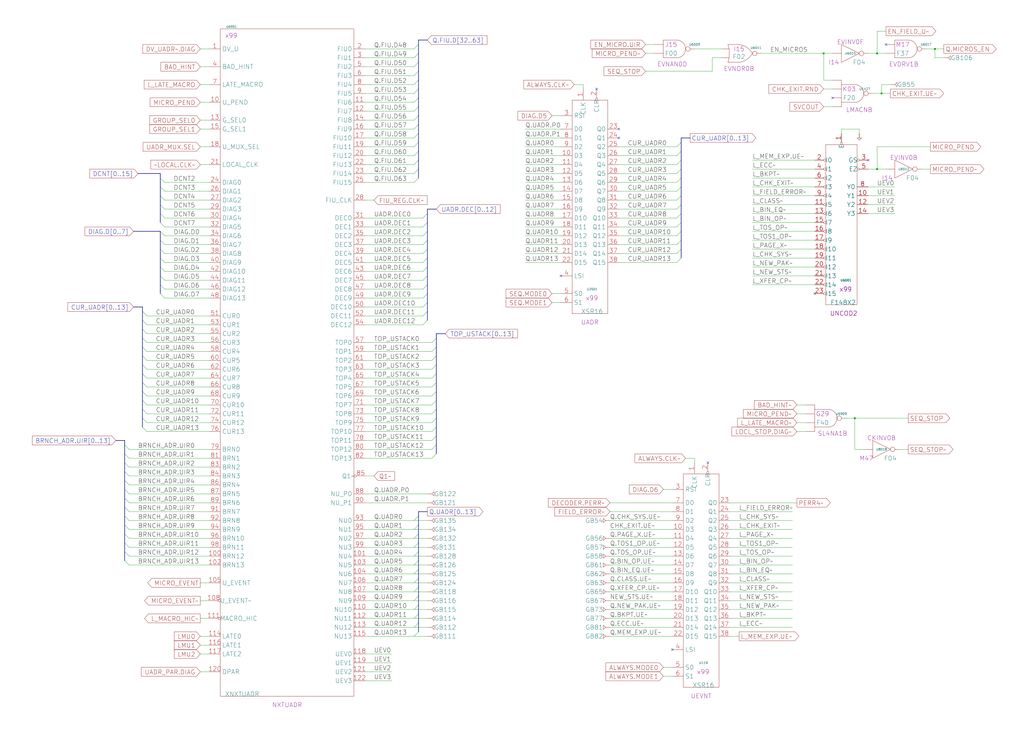
<source format=kicad_sch>
(kicad_sch (version 20230121) (generator eeschema)
  (paper "User" 584.2 419.1)
  (title_block (title "MICRO ADDRESS DRIVE & PARITY") (date "22-MAY-90") (rev "1.0") (comment 1 "SEQUENCER") (comment 2 "232-003064") (comment 3 "S400") (comment 4 "RELEASED"))
  (junction (at 502.92 53.34))
  (junction (at 500.38 30.48))
  (junction (at 500.38 96.52))
  (junction (at 487.68 238.76))
  (junction (at 469.9 30.48))
  (junction (at 533.4 27.94))
  (no_connect (at 474.98 55.88))
  (no_connect (at 383.54 370.84))
  (no_connect (at 353.06 78.74))
  (no_connect (at 353.06 73.66))
  (no_connect (at 464.82 167.64))
  (no_connect (at 403.86 264.16))
  (no_connect (at 320.04 157.48))
  (no_connect (at 495.3 91.44))
  (no_connect (at 505.46 25.4))
  (no_connect (at 340.36 50.8))
  (bus_entry (at 238.76 66.04) (size -2.54 2.54))
  (bus_entry (at 81.28 233.68) (size 2.54 2.54))
  (bus_entry (at 238.76 81.28) (size -2.54 2.54))
  (bus_entry (at 91.44 167.64) (size 2.54 2.54))
  (bus_entry (at 238.76 76.2) (size -2.54 2.54))
  (bus_entry (at 243.84 172.72) (size -2.54 2.54))
  (bus_entry (at 388.62 101.6) (size -2.54 2.54))
  (bus_entry (at 238.76 309.88) (size -2.54 2.54))
  (bus_entry (at 238.76 355.6) (size -2.54 2.54))
  (bus_entry (at 248.92 198.12) (size -2.54 2.54))
  (bus_entry (at 243.84 132.08) (size -2.54 2.54))
  (bus_entry (at 71.12 304.8) (size 2.54 2.54))
  (bus_entry (at 91.44 132.08) (size 2.54 2.54))
  (bus_entry (at 71.12 264.16) (size 2.54 2.54))
  (bus_entry (at 238.76 360.68) (size -2.54 2.54))
  (bus_entry (at 243.84 152.4) (size -2.54 2.54))
  (bus_entry (at 91.44 116.84) (size 2.54 2.54))
  (bus_entry (at 238.76 35.56) (size -2.54 2.54))
  (bus_entry (at 71.12 309.88) (size 2.54 2.54))
  (bus_entry (at 248.92 228.6) (size -2.54 2.54))
  (bus_entry (at 388.62 137.16) (size -2.54 2.54))
  (bus_entry (at 248.92 203.2) (size -2.54 2.54))
  (bus_entry (at 248.92 208.28) (size -2.54 2.54))
  (bus_entry (at 71.12 289.56) (size 2.54 2.54))
  (bus_entry (at 388.62 121.92) (size -2.54 2.54))
  (bus_entry (at 81.28 187.96) (size 2.54 2.54))
  (bus_entry (at 91.44 101.6) (size 2.54 2.54))
  (bus_entry (at 388.62 142.24) (size -2.54 2.54))
  (bus_entry (at 238.76 314.96) (size -2.54 2.54))
  (bus_entry (at 238.76 304.8) (size -2.54 2.54))
  (bus_entry (at 388.62 111.76) (size -2.54 2.54))
  (bus_entry (at 238.76 91.44) (size -2.54 2.54))
  (bus_entry (at 248.92 259.08) (size -2.54 2.54))
  (bus_entry (at 71.12 314.96) (size 2.54 2.54))
  (bus_entry (at 243.84 142.24) (size -2.54 2.54))
  (bus_entry (at 238.76 50.8) (size -2.54 2.54))
  (bus_entry (at 71.12 284.48) (size 2.54 2.54))
  (bus_entry (at 71.12 299.72) (size 2.54 2.54))
  (bus_entry (at 81.28 243.84) (size 2.54 2.54))
  (bus_entry (at 238.76 340.36) (size -2.54 2.54))
  (bus_entry (at 91.44 152.4) (size 2.54 2.54))
  (bus_entry (at 238.76 325.12) (size -2.54 2.54))
  (bus_entry (at 248.92 243.84) (size -2.54 2.54))
  (bus_entry (at 243.84 167.64) (size -2.54 2.54))
  (bus_entry (at 81.28 177.8) (size 2.54 2.54))
  (bus_entry (at 238.76 335.28) (size -2.54 2.54))
  (bus_entry (at 238.76 294.64) (size -2.54 2.54))
  (bus_entry (at 91.44 111.76) (size 2.54 2.54))
  (bus_entry (at 238.76 30.48) (size -2.54 2.54))
  (bus_entry (at 388.62 91.44) (size -2.54 2.54))
  (bus_entry (at 71.12 254) (size 2.54 2.54))
  (bus_entry (at 81.28 228.6) (size 2.54 2.54))
  (bus_entry (at 238.76 86.36) (size -2.54 2.54))
  (bus_entry (at 243.84 121.92) (size -2.54 2.54))
  (bus_entry (at 71.12 279.4) (size 2.54 2.54))
  (bus_entry (at 81.28 198.12) (size 2.54 2.54))
  (bus_entry (at 243.84 182.88) (size -2.54 2.54))
  (bus_entry (at 248.92 248.92) (size -2.54 2.54))
  (bus_entry (at 91.44 147.32) (size 2.54 2.54))
  (bus_entry (at 91.44 137.16) (size 2.54 2.54))
  (bus_entry (at 248.92 213.36) (size -2.54 2.54))
  (bus_entry (at 388.62 81.28) (size -2.54 2.54))
  (bus_entry (at 238.76 25.4) (size -2.54 2.54))
  (bus_entry (at 243.84 137.16) (size -2.54 2.54))
  (bus_entry (at 71.12 259.08) (size 2.54 2.54))
  (bus_entry (at 238.76 101.6) (size -2.54 2.54))
  (bus_entry (at 71.12 320.04) (size 2.54 2.54))
  (bus_entry (at 91.44 142.24) (size 2.54 2.54))
  (bus_entry (at 81.28 238.76) (size 2.54 2.54))
  (bus_entry (at 91.44 127) (size 2.54 2.54))
  (bus_entry (at 248.92 223.52) (size -2.54 2.54))
  (bus_entry (at 248.92 254) (size -2.54 2.54))
  (bus_entry (at 238.76 60.96) (size -2.54 2.54))
  (bus_entry (at 238.76 40.64) (size -2.54 2.54))
  (bus_entry (at 238.76 45.72) (size -2.54 2.54))
  (bus_entry (at 81.28 182.88) (size 2.54 2.54))
  (bus_entry (at 238.76 299.72) (size -2.54 2.54))
  (bus_entry (at 388.62 127) (size -2.54 2.54))
  (bus_entry (at 248.92 233.68) (size -2.54 2.54))
  (bus_entry (at 71.12 269.24) (size 2.54 2.54))
  (bus_entry (at 81.28 218.44) (size 2.54 2.54))
  (bus_entry (at 243.84 127) (size -2.54 2.54))
  (bus_entry (at 238.76 350.52) (size -2.54 2.54))
  (bus_entry (at 248.92 238.76) (size -2.54 2.54))
  (bus_entry (at 388.62 132.08) (size -2.54 2.54))
  (bus_entry (at 388.62 96.52) (size -2.54 2.54))
  (bus_entry (at 81.28 208.28) (size 2.54 2.54))
  (bus_entry (at 243.84 162.56) (size -2.54 2.54))
  (bus_entry (at 238.76 71.12) (size -2.54 2.54))
  (bus_entry (at 248.92 218.44) (size -2.54 2.54))
  (bus_entry (at 91.44 162.56) (size 2.54 2.54))
  (bus_entry (at 243.84 157.48) (size -2.54 2.54))
  (bus_entry (at 91.44 121.92) (size 2.54 2.54))
  (bus_entry (at 81.28 213.36) (size 2.54 2.54))
  (bus_entry (at 388.62 106.68) (size -2.54 2.54))
  (bus_entry (at 81.28 223.52) (size 2.54 2.54))
  (bus_entry (at 238.76 345.44) (size -2.54 2.54))
  (bus_entry (at 238.76 96.52) (size -2.54 2.54))
  (bus_entry (at 81.28 193.04) (size 2.54 2.54))
  (bus_entry (at 388.62 86.36) (size -2.54 2.54))
  (bus_entry (at 388.62 116.84) (size -2.54 2.54))
  (bus_entry (at 91.44 106.68) (size 2.54 2.54))
  (bus_entry (at 71.12 274.32) (size 2.54 2.54))
  (bus_entry (at 81.28 203.2) (size 2.54 2.54))
  (bus_entry (at 238.76 330.2) (size -2.54 2.54))
  (bus_entry (at 243.84 177.8) (size -2.54 2.54))
  (bus_entry (at 388.62 147.32) (size -2.54 2.54))
  (bus_entry (at 248.92 193.04) (size -2.54 2.54))
  (bus_entry (at 91.44 157.48) (size 2.54 2.54))
  (bus_entry (at 243.84 147.32) (size -2.54 2.54))
  (bus_entry (at 238.76 55.88) (size -2.54 2.54))
  (bus_entry (at 71.12 294.64) (size 2.54 2.54))
  (bus_entry (at 238.76 320.04) (size -2.54 2.54))
  (wire (pts (xy 73.66 297.18) (xy 119.38 297.18)))
  (wire (pts (xy 347.98 297.18) (xy 383.54 297.18)))
  (bus (pts (xy 71.12 314.96) (xy 71.12 320.04)))
  (wire (pts (xy 416.56 292.1) (xy 452.12 292.1)))
  (wire (pts (xy 528.32 27.94) (xy 533.4 27.94)))
  (wire (pts (xy 347.98 363.22) (xy 383.54 363.22)))
  (bus (pts (xy 238.76 81.28) (xy 238.76 86.36)))
  (wire (pts (xy 416.56 322.58) (xy 452.12 322.58)))
  (wire (pts (xy 73.66 307.34) (xy 119.38 307.34)))
  (bus (pts (xy 238.76 45.72) (xy 238.76 50.8)))
  (wire (pts (xy 386.08 134.62) (xy 353.06 134.62)))
  (bus (pts (xy 238.76 309.88) (xy 238.76 314.96)))
  (wire (pts (xy 502.92 53.34) (xy 508 53.34)))
  (wire (pts (xy 208.28 327.66) (xy 236.22 327.66)))
  (wire (pts (xy 208.28 185.42) (xy 241.3 185.42)))
  (wire (pts (xy 208.28 271.78) (xy 213.36 271.78)))
  (wire (pts (xy 299.72 109.22) (xy 320.04 109.22)))
  (wire (pts (xy 299.72 119.38) (xy 320.04 119.38)))
  (wire (pts (xy 347.98 287.02) (xy 383.54 287.02)))
  (wire (pts (xy 236.22 307.34) (xy 243.84 307.34)))
  (wire (pts (xy 299.72 104.14) (xy 320.04 104.14)))
  (wire (pts (xy 464.82 101.6) (xy 429.26 101.6)))
  (wire (pts (xy 208.28 154.94) (xy 241.3 154.94)))
  (wire (pts (xy 347.98 302.26) (xy 383.54 302.26)))
  (bus (pts (xy 91.44 162.56) (xy 91.44 167.64)))
  (wire (pts (xy 93.98 144.78) (xy 119.38 144.78)))
  (wire (pts (xy 208.28 139.7) (xy 241.3 139.7)))
  (bus (pts (xy 81.28 198.12) (xy 81.28 203.2)))
  (wire (pts (xy 246.38 236.22) (xy 208.28 236.22)))
  (wire (pts (xy 347.98 337.82) (xy 383.54 337.82)))
  (wire (pts (xy 416.56 337.82) (xy 452.12 337.82)))
  (wire (pts (xy 386.08 144.78) (xy 353.06 144.78)))
  (wire (pts (xy 246.38 210.82) (xy 208.28 210.82)))
  (bus (pts (xy 238.76 314.96) (xy 238.76 320.04)))
  (wire (pts (xy 500.38 17.78) (xy 500.38 30.48)))
  (wire (pts (xy 299.72 124.46) (xy 320.04 124.46)))
  (wire (pts (xy 464.82 137.16) (xy 429.26 137.16)))
  (wire (pts (xy 236.22 312.42) (xy 243.84 312.42)))
  (wire (pts (xy 347.98 292.1) (xy 383.54 292.1)))
  (wire (pts (xy 454.66 236.22) (xy 459.74 236.22)))
  (wire (pts (xy 416.56 287.02) (xy 454.66 287.02)))
  (wire (pts (xy 464.82 116.84) (xy 429.26 116.84)))
  (wire (pts (xy 83.82 246.38) (xy 119.38 246.38)))
  (bus (pts (xy 238.76 50.8) (xy 238.76 55.88)))
  (wire (pts (xy 386.08 119.38) (xy 353.06 119.38)))
  (wire (pts (xy 208.28 378.46) (xy 223.52 378.46)))
  (wire (pts (xy 73.66 261.62) (xy 119.38 261.62)))
  (bus (pts (xy 238.76 25.4) (xy 238.76 30.48)))
  (bus (pts (xy 238.76 40.64) (xy 238.76 45.72)))
  (wire (pts (xy 208.28 114.3) (xy 213.36 114.3)))
  (bus (pts (xy 91.44 99.06) (xy 91.44 101.6)))
  (bus (pts (xy 81.28 203.2) (xy 81.28 208.28)))
  (wire (pts (xy 386.08 93.98) (xy 353.06 93.98)))
  (wire (pts (xy 299.72 134.62) (xy 320.04 134.62)))
  (wire (pts (xy 347.98 307.34) (xy 383.54 307.34)))
  (wire (pts (xy 236.22 353.06) (xy 243.84 353.06)))
  (bus (pts (xy 238.76 292.1) (xy 238.76 294.64)))
  (wire (pts (xy 246.38 256.54) (xy 208.28 256.54)))
  (wire (pts (xy 83.82 205.74) (xy 119.38 205.74)))
  (bus (pts (xy 76.2 175.26) (xy 81.28 175.26)))
  (wire (pts (xy 500.38 83.82) (xy 530.86 83.82)))
  (wire (pts (xy 208.28 48.26) (xy 236.22 48.26)))
  (wire (pts (xy 93.98 139.7) (xy 119.38 139.7)))
  (bus (pts (xy 71.12 251.46) (xy 71.12 254)))
  (wire (pts (xy 208.28 312.42) (xy 236.22 312.42)))
  (bus (pts (xy 71.12 309.88) (xy 71.12 314.96)))
  (bus (pts (xy 238.76 66.04) (xy 238.76 71.12)))
  (wire (pts (xy 416.56 297.18) (xy 452.12 297.18)))
  (bus (pts (xy 81.28 182.88) (xy 81.28 187.96)))
  (bus (pts (xy 91.44 147.32) (xy 91.44 152.4)))
  (bus (pts (xy 238.76 91.44) (xy 238.76 96.52)))
  (wire (pts (xy 246.38 246.38) (xy 208.28 246.38)))
  (bus (pts (xy 238.76 294.64) (xy 238.76 299.72)))
  (wire (pts (xy 497.84 53.34) (xy 502.92 53.34)))
  (wire (pts (xy 299.72 139.7) (xy 320.04 139.7)))
  (wire (pts (xy 469.9 30.48) (xy 474.98 30.48)))
  (wire (pts (xy 416.56 332.74) (xy 452.12 332.74)))
  (wire (pts (xy 314.96 66.04) (xy 320.04 66.04)))
  (wire (pts (xy 386.08 109.22) (xy 353.06 109.22)))
  (wire (pts (xy 347.98 342.9) (xy 383.54 342.9)))
  (bus (pts (xy 388.62 78.74) (xy 388.62 81.28)))
  (bus (pts (xy 388.62 132.08) (xy 388.62 137.16)))
  (bus (pts (xy 71.12 284.48) (xy 71.12 289.56)))
  (bus (pts (xy 81.28 233.68) (xy 81.28 238.76)))
  (wire (pts (xy 208.28 337.82) (xy 236.22 337.82)))
  (wire (pts (xy 386.08 149.86) (xy 353.06 149.86)))
  (wire (pts (xy 114.3 83.82) (xy 119.38 83.82)))
  (bus (pts (xy 248.92 233.68) (xy 248.92 228.6)))
  (wire (pts (xy 406.4 33.02) (xy 406.4 40.64)))
  (bus (pts (xy 388.62 101.6) (xy 388.62 106.68)))
  (wire (pts (xy 495.3 96.52) (xy 500.38 96.52)))
  (wire (pts (xy 236.22 322.58) (xy 243.84 322.58)))
  (wire (pts (xy 208.28 287.02) (xy 243.84 287.02)))
  (wire (pts (xy 114.3 38.1) (xy 119.38 38.1)))
  (bus (pts (xy 91.44 157.48) (xy 91.44 162.56)))
  (wire (pts (xy 416.56 317.5) (xy 452.12 317.5)))
  (bus (pts (xy 248.92 119.38) (xy 243.84 119.38)))
  (bus (pts (xy 91.44 152.4) (xy 91.44 157.48)))
  (bus (pts (xy 388.62 116.84) (xy 388.62 121.92)))
  (bus (pts (xy 248.92 208.28) (xy 248.92 203.2)))
  (wire (pts (xy 386.08 83.82) (xy 353.06 83.82)))
  (wire (pts (xy 416.56 312.42) (xy 452.12 312.42)))
  (wire (pts (xy 93.98 165.1) (xy 119.38 165.1)))
  (bus (pts (xy 243.84 292.1) (xy 238.76 292.1)))
  (bus (pts (xy 243.84 172.72) (xy 243.84 177.8)))
  (wire (pts (xy 208.28 317.5) (xy 236.22 317.5)))
  (wire (pts (xy 208.28 99.06) (xy 236.22 99.06)))
  (wire (pts (xy 83.82 236.22) (xy 119.38 236.22)))
  (wire (pts (xy 93.98 124.46) (xy 119.38 124.46)))
  (wire (pts (xy 83.82 185.42) (xy 119.38 185.42)))
  (wire (pts (xy 396.24 261.62) (xy 396.24 264.16)))
  (wire (pts (xy 464.82 96.52) (xy 429.26 96.52)))
  (wire (pts (xy 416.56 307.34) (xy 452.12 307.34)))
  (bus (pts (xy 248.92 228.6) (xy 248.92 223.52)))
  (bus (pts (xy 388.62 96.52) (xy 388.62 101.6)))
  (wire (pts (xy 464.82 127) (xy 429.26 127)))
  (wire (pts (xy 93.98 109.22) (xy 119.38 109.22)))
  (wire (pts (xy 83.82 226.06) (xy 119.38 226.06)))
  (bus (pts (xy 248.92 233.68) (xy 248.92 238.76)))
  (bus (pts (xy 243.84 127) (xy 243.84 132.08)))
  (wire (pts (xy 487.68 238.76) (xy 487.68 256.54)))
  (wire (pts (xy 73.66 281.94) (xy 119.38 281.94)))
  (wire (pts (xy 83.82 200.66) (xy 119.38 200.66)))
  (wire (pts (xy 208.28 68.58) (xy 236.22 68.58)))
  (bus (pts (xy 248.92 198.12) (xy 248.92 193.04)))
  (wire (pts (xy 378.46 386.08) (xy 383.54 386.08)))
  (wire (pts (xy 469.9 45.72) (xy 474.98 45.72)))
  (wire (pts (xy 208.28 104.14) (xy 236.22 104.14)))
  (wire (pts (xy 236.22 342.9) (xy 243.84 342.9)))
  (wire (pts (xy 93.98 114.3) (xy 119.38 114.3)))
  (wire (pts (xy 236.22 363.22) (xy 243.84 363.22)))
  (wire (pts (xy 396.24 27.94) (xy 411.48 27.94)))
  (bus (pts (xy 248.92 203.2) (xy 248.92 198.12)))
  (wire (pts (xy 487.68 238.76) (xy 518.16 238.76)))
  (bus (pts (xy 81.28 228.6) (xy 81.28 233.68)))
  (wire (pts (xy 208.28 307.34) (xy 236.22 307.34)))
  (wire (pts (xy 416.56 342.9) (xy 452.12 342.9)))
  (wire (pts (xy 299.72 99.06) (xy 320.04 99.06)))
  (wire (pts (xy 246.38 205.74) (xy 208.28 205.74)))
  (wire (pts (xy 502.92 48.26) (xy 508 48.26)))
  (wire (pts (xy 368.3 25.4) (xy 373.38 25.4)))
  (bus (pts (xy 91.44 101.6) (xy 91.44 106.68)))
  (wire (pts (xy 469.9 60.96) (xy 474.98 60.96)))
  (wire (pts (xy 73.66 292.1) (xy 119.38 292.1)))
  (bus (pts (xy 388.62 81.28) (xy 388.62 86.36)))
  (wire (pts (xy 208.28 297.18) (xy 236.22 297.18)))
  (bus (pts (xy 388.62 121.92) (xy 388.62 127)))
  (wire (pts (xy 83.82 190.5) (xy 119.38 190.5)))
  (bus (pts (xy 81.28 223.52) (xy 81.28 228.6)))
  (bus (pts (xy 238.76 325.12) (xy 238.76 330.2)))
  (bus (pts (xy 91.44 111.76) (xy 91.44 116.84)))
  (bus (pts (xy 238.76 340.36) (xy 238.76 335.28)))
  (wire (pts (xy 347.98 312.42) (xy 383.54 312.42)))
  (wire (pts (xy 464.82 121.92) (xy 429.26 121.92)))
  (bus (pts (xy 388.62 106.68) (xy 388.62 111.76)))
  (bus (pts (xy 248.92 238.76) (xy 248.92 243.84)))
  (wire (pts (xy 236.22 297.18) (xy 243.84 297.18)))
  (bus (pts (xy 388.62 111.76) (xy 388.62 116.84)))
  (wire (pts (xy 114.3 332.74) (xy 119.38 332.74)))
  (wire (pts (xy 416.56 353.06) (xy 452.12 353.06)))
  (wire (pts (xy 299.72 129.54) (xy 320.04 129.54)))
  (bus (pts (xy 71.12 299.72) (xy 71.12 304.8)))
  (wire (pts (xy 314.96 167.64) (xy 320.04 167.64)))
  (wire (pts (xy 246.38 226.06) (xy 208.28 226.06)))
  (bus (pts (xy 243.84 22.86) (xy 238.76 22.86)))
  (wire (pts (xy 347.98 317.5) (xy 383.54 317.5)))
  (wire (pts (xy 83.82 220.98) (xy 119.38 220.98)))
  (wire (pts (xy 416.56 302.26) (xy 452.12 302.26)))
  (wire (pts (xy 114.3 73.66) (xy 119.38 73.66)))
  (bus (pts (xy 81.28 177.8) (xy 81.28 182.88)))
  (bus (pts (xy 238.76 340.36) (xy 238.76 345.44)))
  (wire (pts (xy 208.28 373.38) (xy 223.52 373.38)))
  (wire (pts (xy 114.3 342.9) (xy 119.38 342.9)))
  (wire (pts (xy 93.98 170.18) (xy 119.38 170.18)))
  (bus (pts (xy 238.76 330.2) (xy 238.76 335.28)))
  (bus (pts (xy 243.84 157.48) (xy 243.84 162.56)))
  (wire (pts (xy 416.56 347.98) (xy 452.12 347.98)))
  (wire (pts (xy 93.98 154.94) (xy 119.38 154.94)))
  (bus (pts (xy 248.92 213.36) (xy 248.92 218.44)))
  (wire (pts (xy 246.38 261.62) (xy 208.28 261.62)))
  (wire (pts (xy 208.28 129.54) (xy 241.3 129.54)))
  (bus (pts (xy 78.74 99.06) (xy 91.44 99.06)))
  (bus (pts (xy 238.76 35.56) (xy 238.76 40.64)))
  (bus (pts (xy 238.76 96.52) (xy 238.76 101.6)))
  (wire (pts (xy 93.98 134.62) (xy 119.38 134.62)))
  (bus (pts (xy 238.76 30.48) (xy 238.76 35.56)))
  (wire (pts (xy 495.3 106.68) (xy 510.54 106.68)))
  (wire (pts (xy 299.72 114.3) (xy 320.04 114.3)))
  (wire (pts (xy 208.28 33.02) (xy 236.22 33.02)))
  (bus (pts (xy 243.84 147.32) (xy 243.84 152.4)))
  (wire (pts (xy 469.9 50.8) (xy 474.98 50.8)))
  (wire (pts (xy 208.28 358.14) (xy 236.22 358.14)))
  (wire (pts (xy 208.28 175.26) (xy 241.3 175.26)))
  (wire (pts (xy 464.82 157.48) (xy 429.26 157.48)))
  (wire (pts (xy 114.3 27.94) (xy 119.38 27.94)))
  (bus (pts (xy 243.84 177.8) (xy 243.84 182.88)))
  (wire (pts (xy 73.66 266.7) (xy 119.38 266.7)))
  (wire (pts (xy 208.28 322.58) (xy 236.22 322.58)))
  (bus (pts (xy 81.28 187.96) (xy 81.28 193.04)))
  (wire (pts (xy 299.72 83.82) (xy 320.04 83.82)))
  (bus (pts (xy 71.12 259.08) (xy 71.12 264.16)))
  (wire (pts (xy 347.98 347.98) (xy 383.54 347.98)))
  (wire (pts (xy 208.28 160.02) (xy 241.3 160.02)))
  (wire (pts (xy 208.28 165.1) (xy 241.3 165.1)))
  (bus (pts (xy 238.76 22.86) (xy 238.76 25.4)))
  (wire (pts (xy 83.82 210.82) (xy 119.38 210.82)))
  (bus (pts (xy 248.92 213.36) (xy 248.92 208.28)))
  (wire (pts (xy 500.38 96.52) (xy 505.46 96.52)))
  (bus (pts (xy 238.76 355.6) (xy 238.76 360.68)))
  (bus (pts (xy 71.12 294.64) (xy 71.12 299.72)))
  (bus (pts (xy 238.76 350.52) (xy 238.76 355.6)))
  (bus (pts (xy 76.2 132.08) (xy 91.44 132.08)))
  (wire (pts (xy 73.66 302.26) (xy 119.38 302.26)))
  (bus (pts (xy 243.84 142.24) (xy 243.84 147.32)))
  (bus (pts (xy 91.44 106.68) (xy 91.44 111.76)))
  (wire (pts (xy 83.82 195.58) (xy 119.38 195.58)))
  (wire (pts (xy 480.06 76.2) (xy 480.06 73.66)))
  (wire (pts (xy 429.26 91.44) (xy 464.82 91.44)))
  (wire (pts (xy 434.34 30.48) (xy 469.9 30.48)))
  (wire (pts (xy 114.3 48.26) (xy 119.38 48.26)))
  (wire (pts (xy 236.22 317.5) (xy 243.84 317.5)))
  (wire (pts (xy 93.98 104.14) (xy 119.38 104.14)))
  (wire (pts (xy 533.4 33.02) (xy 533.4 27.94)))
  (wire (pts (xy 208.28 363.22) (xy 236.22 363.22)))
  (wire (pts (xy 469.9 30.48) (xy 469.9 45.72)))
  (bus (pts (xy 388.62 137.16) (xy 388.62 142.24)))
  (wire (pts (xy 464.82 147.32) (xy 429.26 147.32)))
  (wire (pts (xy 236.22 347.98) (xy 243.84 347.98)))
  (wire (pts (xy 236.22 327.66) (xy 243.84 327.66)))
  (wire (pts (xy 208.28 144.78) (xy 241.3 144.78)))
  (wire (pts (xy 495.3 30.48) (xy 500.38 30.48)))
  (wire (pts (xy 208.28 124.46) (xy 241.3 124.46)))
  (wire (pts (xy 386.08 114.3) (xy 353.06 114.3)))
  (bus (pts (xy 238.76 304.8) (xy 238.76 309.88)))
  (bus (pts (xy 238.76 71.12) (xy 238.76 76.2)))
  (bus (pts (xy 71.12 274.32) (xy 71.12 279.4)))
  (wire (pts (xy 525.78 96.52) (xy 530.86 96.52)))
  (wire (pts (xy 368.3 40.64) (xy 406.4 40.64)))
  (wire (pts (xy 378.46 381) (xy 383.54 381)))
  (wire (pts (xy 500.38 30.48) (xy 505.46 30.48)))
  (wire (pts (xy 208.28 302.26) (xy 236.22 302.26)))
  (wire (pts (xy 114.3 368.3) (xy 119.38 368.3)))
  (bus (pts (xy 91.44 116.84) (xy 91.44 121.92)))
  (wire (pts (xy 73.66 312.42) (xy 119.38 312.42)))
  (bus (pts (xy 388.62 91.44) (xy 388.62 96.52)))
  (wire (pts (xy 114.3 58.42) (xy 119.38 58.42)))
  (wire (pts (xy 464.82 111.76) (xy 429.26 111.76)))
  (wire (pts (xy 114.3 353.06) (xy 119.38 353.06)))
  (wire (pts (xy 208.28 388.62) (xy 223.52 388.62)))
  (wire (pts (xy 208.28 27.94) (xy 236.22 27.94)))
  (wire (pts (xy 208.28 93.98) (xy 236.22 93.98)))
  (wire (pts (xy 208.28 63.5) (xy 236.22 63.5)))
  (bus (pts (xy 71.12 279.4) (xy 71.12 284.48)))
  (wire (pts (xy 513.08 256.54) (xy 518.16 256.54)))
  (wire (pts (xy 416.56 358.14) (xy 452.12 358.14)))
  (wire (pts (xy 464.82 132.08) (xy 429.26 132.08)))
  (wire (pts (xy 386.08 129.54) (xy 353.06 129.54)))
  (wire (pts (xy 495.3 116.84) (xy 510.54 116.84)))
  (bus (pts (xy 243.84 162.56) (xy 243.84 167.64)))
  (bus (pts (xy 238.76 55.88) (xy 238.76 60.96)))
  (wire (pts (xy 299.72 73.66) (xy 320.04 73.66)))
  (bus (pts (xy 91.44 121.92) (xy 91.44 127)))
  (wire (pts (xy 208.28 281.94) (xy 243.84 281.94)))
  (wire (pts (xy 93.98 119.38) (xy 119.38 119.38)))
  (bus (pts (xy 243.84 167.64) (xy 243.84 172.72)))
  (wire (pts (xy 236.22 358.14) (xy 243.84 358.14)))
  (bus (pts (xy 238.76 86.36) (xy 238.76 91.44)))
  (bus (pts (xy 248.92 248.92) (xy 248.92 254)))
  (wire (pts (xy 411.48 33.02) (xy 406.4 33.02)))
  (wire (pts (xy 114.3 93.98) (xy 119.38 93.98)))
  (wire (pts (xy 347.98 358.14) (xy 383.54 358.14)))
  (wire (pts (xy 83.82 231.14) (xy 119.38 231.14)))
  (wire (pts (xy 482.6 238.76) (xy 487.68 238.76)))
  (wire (pts (xy 347.98 332.74) (xy 383.54 332.74)))
  (bus (pts (xy 81.28 175.26) (xy 81.28 177.8)))
  (wire (pts (xy 236.22 332.74) (xy 243.84 332.74)))
  (wire (pts (xy 73.66 287.02) (xy 119.38 287.02)))
  (bus (pts (xy 238.76 76.2) (xy 238.76 81.28)))
  (wire (pts (xy 246.38 220.98) (xy 208.28 220.98)))
  (wire (pts (xy 391.16 261.62) (xy 396.24 261.62)))
  (wire (pts (xy 246.38 200.66) (xy 208.28 200.66)))
  (wire (pts (xy 73.66 271.78) (xy 119.38 271.78)))
  (wire (pts (xy 114.3 373.38) (xy 119.38 373.38)))
  (wire (pts (xy 490.22 73.66) (xy 490.22 76.2)))
  (wire (pts (xy 487.68 256.54) (xy 492.76 256.54)))
  (wire (pts (xy 208.28 332.74) (xy 236.22 332.74)))
  (wire (pts (xy 347.98 322.58) (xy 383.54 322.58)))
  (wire (pts (xy 208.28 149.86) (xy 241.3 149.86)))
  (wire (pts (xy 83.82 215.9) (xy 119.38 215.9)))
  (bus (pts (xy 71.12 304.8) (xy 71.12 309.88)))
  (wire (pts (xy 386.08 124.46) (xy 353.06 124.46)))
  (wire (pts (xy 459.74 231.14) (xy 454.66 231.14)))
  (bus (pts (xy 388.62 147.32) (xy 388.62 142.24)))
  (wire (pts (xy 246.38 195.58) (xy 208.28 195.58)))
  (wire (pts (xy 208.28 43.18) (xy 236.22 43.18)))
  (wire (pts (xy 83.82 180.34) (xy 119.38 180.34)))
  (wire (pts (xy 480.06 73.66) (xy 490.22 73.66)))
  (wire (pts (xy 114.3 383.54) (xy 119.38 383.54)))
  (bus (pts (xy 91.44 142.24) (xy 91.44 147.32)))
  (wire (pts (xy 299.72 78.74) (xy 320.04 78.74)))
  (bus (pts (xy 91.44 132.08) (xy 91.44 137.16)))
  (bus (pts (xy 243.84 137.16) (xy 243.84 142.24)))
  (bus (pts (xy 71.12 269.24) (xy 71.12 274.32)))
  (wire (pts (xy 299.72 88.9) (xy 320.04 88.9)))
  (bus (pts (xy 238.76 320.04) (xy 238.76 325.12)))
  (wire (pts (xy 73.66 322.58) (xy 119.38 322.58)))
  (bus (pts (xy 81.28 213.36) (xy 81.28 218.44)))
  (bus (pts (xy 238.76 299.72) (xy 238.76 304.8)))
  (bus (pts (xy 243.84 152.4) (xy 243.84 157.48)))
  (wire (pts (xy 208.28 38.1) (xy 236.22 38.1)))
  (wire (pts (xy 246.38 241.3) (xy 208.28 241.3)))
  (bus (pts (xy 388.62 86.36) (xy 388.62 91.44)))
  (bus (pts (xy 243.84 121.92) (xy 243.84 127)))
  (bus (pts (xy 388.62 127) (xy 388.62 132.08)))
  (bus (pts (xy 248.92 223.52) (xy 248.92 218.44)))
  (wire (pts (xy 505.46 17.78) (xy 500.38 17.78)))
  (wire (pts (xy 208.28 134.62) (xy 241.3 134.62)))
  (wire (pts (xy 208.28 78.74) (xy 236.22 78.74)))
  (bus (pts (xy 248.92 193.04) (xy 248.92 190.5)))
  (bus (pts (xy 248.92 254) (xy 248.92 259.08)))
  (wire (pts (xy 208.28 73.66) (xy 236.22 73.66)))
  (wire (pts (xy 464.82 106.68) (xy 429.26 106.68)))
  (wire (pts (xy 502.92 48.26) (xy 502.92 53.34)))
  (wire (pts (xy 386.08 88.9) (xy 353.06 88.9)))
  (wire (pts (xy 416.56 363.22) (xy 421.64 363.22)))
  (wire (pts (xy 208.28 342.9) (xy 236.22 342.9)))
  (wire (pts (xy 299.72 144.78) (xy 320.04 144.78)))
  (wire (pts (xy 73.66 317.5) (xy 119.38 317.5)))
  (bus (pts (xy 81.28 243.84) (xy 81.28 238.76)))
  (wire (pts (xy 73.66 256.54) (xy 119.38 256.54)))
  (wire (pts (xy 246.38 215.9) (xy 208.28 215.9)))
  (wire (pts (xy 93.98 149.86) (xy 119.38 149.86)))
  (bus (pts (xy 81.28 218.44) (xy 81.28 223.52)))
  (wire (pts (xy 464.82 142.24) (xy 429.26 142.24)))
  (wire (pts (xy 454.66 241.3) (xy 459.74 241.3)))
  (bus (pts (xy 393.7 78.74) (xy 388.62 78.74)))
  (wire (pts (xy 208.28 170.18) (xy 241.3 170.18)))
  (bus (pts (xy 91.44 137.16) (xy 91.44 142.24)))
  (wire (pts (xy 93.98 129.54) (xy 119.38 129.54)))
  (bus (pts (xy 71.12 289.56) (xy 71.12 294.64)))
  (wire (pts (xy 495.3 111.76) (xy 510.54 111.76)))
  (wire (pts (xy 538.48 33.02) (xy 533.4 33.02)))
  (wire (pts (xy 299.72 149.86) (xy 320.04 149.86)))
  (wire (pts (xy 83.82 241.3) (xy 119.38 241.3)))
  (wire (pts (xy 332.74 48.26) (xy 332.74 50.8)))
  (wire (pts (xy 236.22 337.82) (xy 243.84 337.82)))
  (wire (pts (xy 208.28 58.42) (xy 236.22 58.42)))
  (wire (pts (xy 368.3 30.48) (xy 373.38 30.48)))
  (bus (pts (xy 248.92 243.84) (xy 248.92 248.92)))
  (bus (pts (xy 243.84 132.08) (xy 243.84 137.16)))
  (wire (pts (xy 114.3 68.58) (xy 119.38 68.58)))
  (wire (pts (xy 208.28 83.82) (xy 236.22 83.82)))
  (wire (pts (xy 208.28 88.9) (xy 236.22 88.9)))
  (wire (pts (xy 73.66 276.86) (xy 119.38 276.86)))
  (bus (pts (xy 66.04 251.46) (xy 71.12 251.46)))
  (wire (pts (xy 208.28 180.34) (xy 241.3 180.34)))
  (wire (pts (xy 93.98 160.02) (xy 119.38 160.02)))
  (wire (pts (xy 246.38 251.46) (xy 208.28 251.46)))
  (bus (pts (xy 71.12 264.16) (xy 71.12 269.24)))
  (bus (pts (xy 81.28 208.28) (xy 81.28 213.36)))
  (wire (pts (xy 208.28 347.98) (xy 236.22 347.98)))
  (wire (pts (xy 386.08 139.7) (xy 353.06 139.7)))
  (bus (pts (xy 243.84 119.38) (xy 243.84 121.92)))
  (wire (pts (xy 464.82 162.56) (xy 429.26 162.56)))
  (wire (pts (xy 386.08 104.14) (xy 353.06 104.14)))
  (bus (pts (xy 71.12 254) (xy 71.12 259.08)))
  (wire (pts (xy 500.38 96.52) (xy 500.38 83.82)))
  (bus (pts (xy 238.76 60.96) (xy 238.76 66.04)))
  (bus (pts (xy 238.76 345.44) (xy 238.76 350.52)))
  (wire (pts (xy 114.3 363.22) (xy 119.38 363.22)))
  (bus (pts (xy 248.92 190.5) (xy 254 190.5)))
  (wire (pts (xy 347.98 327.66) (xy 383.54 327.66)))
  (wire (pts (xy 454.66 246.38) (xy 459.74 246.38)))
  (wire (pts (xy 314.96 172.72) (xy 320.04 172.72)))
  (wire (pts (xy 327.66 48.26) (xy 332.74 48.26)))
  (wire (pts (xy 416.56 327.66) (xy 452.12 327.66)))
  (wire (pts (xy 378.46 279.4) (xy 383.54 279.4)))
  (wire (pts (xy 208.28 53.34) (xy 236.22 53.34)))
  (bus (pts (xy 81.28 193.04) (xy 81.28 198.12)))
  (wire (pts (xy 464.82 152.4) (xy 429.26 152.4)))
  (wire (pts (xy 246.38 231.14) (xy 208.28 231.14)))
  (wire (pts (xy 208.28 383.54) (xy 223.52 383.54)))
  (wire (pts (xy 236.22 302.26) (xy 243.84 302.26)))
  (wire (pts (xy 386.08 99.06) (xy 353.06 99.06)))
  (wire (pts (xy 495.3 121.92) (xy 510.54 121.92)))
  (wire (pts (xy 299.72 93.98) (xy 320.04 93.98)))
  (wire (pts (xy 347.98 353.06) (xy 383.54 353.06)))
  (wire (pts (xy 208.28 353.06) (xy 236.22 353.06)))
  (wire (pts (xy 533.4 27.94) (xy 538.48 27.94)))
  (label "BRNCH_ADR.UIR1" (at 78.74 261.62 0) (effects (font (size 2.54 2.54))))
  (label "Q.FIU.D52" (at 213.36 48.26 0) (effects (font (size 2.54 2.54))))
  (label "Q.UADR10" (at 213.36 347.98 0) (effects (font (size 2.54 2.54))))
  (label "TOP_USTACK11" (at 213.36 251.46 0) (effects (font (size 2.54 2.54))))
  (label "L_CHK_SYS~" (at 421.64 297.18 0) (effects (font (size 2.54 2.54))))
  (label "UEV3" (at 213.36 388.62 0) (effects (font (size 2.54 2.54))))
  (label "UADR.DEC11" (at 213.36 180.34 0) (effects (font (size 2.54 2.54))))
  (label "CUR_UADR3" (at 358.14 99.06 0) (effects (font (size 2.54 2.54))))
  (label "UEV2" (at 500.38 116.84 0) (effects (font (size 2.54 2.54))))
  (label "L_NEW_PAK~" (at 421.64 347.98 0) (effects (font (size 2.54 2.54))))
  (label "NEW_STS.UE~" (at 347.98 342.9 0) (effects (font (size 2.54 2.54))))
  (label "Q.NEW_PAK.UE~" (at 347.98 347.98 0) (effects (font (size 2.54 2.54))))
  (label "UEV2" (at 213.36 383.54 0) (effects (font (size 2.54 2.54))))
  (label "Q.FIU.D50" (at 213.36 38.1 0) (effects (font (size 2.54 2.54))))
  (label "UADR.DEC3" (at 213.36 139.7 0) (effects (font (size 2.54 2.54))))
  (label "Q.MEM_EXP.UE~" (at 347.98 363.22 0) (effects (font (size 2.54 2.54))))
  (label "UADR.DEC6" (at 213.36 154.94 0) (effects (font (size 2.54 2.54))))
  (label "Q.FIU.D53" (at 213.36 53.34 0) (effects (font (size 2.54 2.54))))
  (label "CUR_UADR13" (at 88.9 246.38 0) (effects (font (size 2.54 2.54))))
  (label "Q.CLASS.UE~" (at 347.98 332.74 0) (effects (font (size 2.54 2.54))))
  (label "CUR_UADR10" (at 358.14 134.62 0) (effects (font (size 2.54 2.54))))
  (label "Q.XFER_CP.UE~" (at 347.98 337.82 0) (effects (font (size 2.54 2.54))))
  (label "TOP_USTACK12" (at 213.36 256.54 0) (effects (font (size 2.54 2.54))))
  (label "L_NEW_PAK~" (at 429.26 152.4 0) (effects (font (size 2.54 2.54))))
  (label "DIAG.D6" (at 99.06 165.1 0) (effects (font (size 2.54 2.54))))
  (label "UEV1" (at 500.38 111.76 0) (effects (font (size 2.54 2.54))))
  (label "TOP_USTACK8" (at 213.36 236.22 0) (effects (font (size 2.54 2.54))))
  (label "CUR_UADR2" (at 88.9 190.5 0) (effects (font (size 2.54 2.54))))
  (label "L_CHK_EXIT~" (at 429.26 106.68 0) (effects (font (size 2.54 2.54))))
  (label "Q.ECC.UE~" (at 347.98 358.14 0) (effects (font (size 2.54 2.54))))
  (label "UADR.DEC7" (at 213.36 160.02 0) (effects (font (size 2.54 2.54))))
  (label "L_TOS_OP~" (at 421.64 317.5 0) (effects (font (size 2.54 2.54))))
  (label "Q.BIN_EQ.UE~" (at 347.98 327.66 0) (effects (font (size 2.54 2.54))))
  (label "UADR.DEC0" (at 213.36 124.46 0) (effects (font (size 2.54 2.54))))
  (label "Q.UADR3" (at 299.72 99.06 0) (effects (font (size 2.54 2.54))))
  (label "CUR_UADR13" (at 358.14 149.86 0) (effects (font (size 2.54 2.54))))
  (label "L_BKPT~" (at 421.64 353.06 0) (effects (font (size 2.54 2.54))))
  (label "UEV0" (at 213.36 373.38 0) (effects (font (size 2.54 2.54))))
  (label "UEV0" (at 500.38 106.68 0) (effects (font (size 2.54 2.54))))
  (label "L_CLASS~" (at 421.64 332.74 0) (effects (font (size 2.54 2.54))))
  (label "Q.UADR6" (at 299.72 114.3 0) (effects (font (size 2.54 2.54))))
  (label "CUR_UADR3" (at 88.9 195.58 0) (effects (font (size 2.54 2.54))))
  (label "Q.UADR5" (at 213.36 322.58 0) (effects (font (size 2.54 2.54))))
  (label "CUR_UADR2" (at 358.14 93.98 0) (effects (font (size 2.54 2.54))))
  (label "DCNT3" (at 99.06 109.22 0) (effects (font (size 2.54 2.54))))
  (label "CUR_UADR8" (at 358.14 124.46 0) (effects (font (size 2.54 2.54))))
  (label "CUR_UADR10" (at 88.9 231.14 0) (effects (font (size 2.54 2.54))))
  (label "Q.FIU.D60" (at 213.36 88.9 0) (effects (font (size 2.54 2.54))))
  (label "TOP_USTACK6" (at 213.36 226.06 0) (effects (font (size 2.54 2.54))))
  (label "Q.UADR8" (at 213.36 337.82 0) (effects (font (size 2.54 2.54))))
  (label "CHK_EXIT.UE~" (at 347.98 302.26 0) (effects (font (size 2.54 2.54))))
  (label "TOP_USTACK3" (at 213.36 210.82 0) (effects (font (size 2.54 2.54))))
  (label "L_TOS1_OP~" (at 429.26 137.16 0) (effects (font (size 2.54 2.54))))
  (label "CUR_UADR0" (at 358.14 83.82 0) (effects (font (size 2.54 2.54))))
  (label "DCNT5" (at 99.06 119.38 0) (effects (font (size 2.54 2.54))))
  (label "L_BIN_OP~" (at 429.26 127 0) (effects (font (size 2.54 2.54))))
  (label "DIAG.D7" (at 99.06 170.18 0) (effects (font (size 2.54 2.54))))
  (label "TOP_USTACK7" (at 213.36 231.14 0) (effects (font (size 2.54 2.54))))
  (label "CUR_UADR8" (at 88.9 220.98 0) (effects (font (size 2.54 2.54))))
  (label "CUR_UADR9" (at 88.9 226.06 0) (effects (font (size 2.54 2.54))))
  (label "Q.CHK_SYS.UE~" (at 347.98 297.18 0) (effects (font (size 2.54 2.54))))
  (label "BRNCH_ADR.UIR12" (at 78.74 317.5 0) (effects (font (size 2.54 2.54))))
  (label "L_XFER_CP~" (at 421.64 337.82 0) (effects (font (size 2.54 2.54))))
  (label "Q.FIU.D54" (at 213.36 58.42 0) (effects (font (size 2.54 2.54))))
  (label "CUR_UADR6" (at 88.9 210.82 0) (effects (font (size 2.54 2.54))))
  (label "L_TOS_OP~" (at 429.26 132.08 0) (effects (font (size 2.54 2.54))))
  (label "BRNCH_ADR.UIR4" (at 78.74 276.86 0) (effects (font (size 2.54 2.54))))
  (label "BRNCH_ADR.UIR13" (at 78.74 322.58 0) (effects (font (size 2.54 2.54))))
  (label "BRNCH_ADR.UIR11" (at 78.74 312.42 0) (effects (font (size 2.54 2.54))))
  (label "L_TOS1_OP~" (at 421.64 312.42 0) (effects (font (size 2.54 2.54))))
  (label "DIAG.D3" (at 99.06 149.86 0) (effects (font (size 2.54 2.54))))
  (label "L_FIELD_ERROR~" (at 421.64 292.1 0) (effects (font (size 2.54 2.54))))
  (label "Q.PAGE_X.UE~" (at 347.98 307.34 0) (effects (font (size 2.54 2.54))))
  (label "L_CHK_SYS~" (at 429.26 147.32 0) (effects (font (size 2.54 2.54))))
  (label "CUR_UADR1" (at 88.9 185.42 0) (effects (font (size 2.54 2.54))))
  (label "Q.UADR1" (at 213.36 302.26 0) (effects (font (size 2.54 2.54))))
  (label "L_ECC~" (at 429.26 96.52 0) (effects (font (size 2.54 2.54))))
  (label "Q.UADR9" (at 299.72 129.54 0) (effects (font (size 2.54 2.54))))
  (label "Q.TOS1_OP.UE~" (at 347.98 312.42 0) (effects (font (size 2.54 2.54))))
  (label "Q.UADR2" (at 299.72 93.98 0) (effects (font (size 2.54 2.54))))
  (label "Q.FIU.D48" (at 213.36 27.94 0) (effects (font (size 2.54 2.54))))
  (label "DIAG.D4" (at 99.06 154.94 0) (effects (font (size 2.54 2.54))))
  (label "EN_MICROS" (at 439.42 30.48 0) (effects (font (size 2.54 2.54))))
  (label "UADR.DEC12" (at 213.36 185.42 0) (effects (font (size 2.54 2.54))))
  (label "Q.UADR7" (at 213.36 332.74 0) (effects (font (size 2.54 2.54))))
  (label "DCNT7" (at 99.06 129.54 0) (effects (font (size 2.54 2.54))))
  (label "Q.FIU.D58" (at 213.36 78.74 0) (effects (font (size 2.54 2.54))))
  (label "BRNCH_ADR.UIR8" (at 78.74 297.18 0) (effects (font (size 2.54 2.54))))
  (label "L_XFER_CP~" (at 429.26 162.56 0) (effects (font (size 2.54 2.54))))
  (label "Q.UADR3" (at 213.36 312.42 0) (effects (font (size 2.54 2.54))))
  (label "DIAG.D5" (at 99.06 160.02 0) (effects (font (size 2.54 2.54))))
  (label "CUR_UADR5" (at 358.14 109.22 0) (effects (font (size 2.54 2.54))))
  (label "Q.UADR4" (at 299.72 104.14 0) (effects (font (size 2.54 2.54))))
  (label "Q.UADR9" (at 213.36 342.9 0) (effects (font (size 2.54 2.54))))
  (label "Q.FIU.D56" (at 213.36 68.58 0) (effects (font (size 2.54 2.54))))
  (label "L_NEW_STS~" (at 421.64 342.9 0) (effects (font (size 2.54 2.54))))
  (label "Q.UADR0" (at 213.36 297.18 0) (effects (font (size 2.54 2.54))))
  (label "TOP_USTACK2" (at 213.36 205.74 0) (effects (font (size 2.54 2.54))))
  (label "Q.UADR12" (at 299.72 144.78 0) (effects (font (size 2.54 2.54))))
  (label "L_MEM_EXP.UE~" (at 429.26 91.44 0) (effects (font (size 2.54 2.54))))
  (label "Q.UADR.P0" (at 299.72 73.66 0) (effects (font (size 2.54 2.54))))
  (label "L_BIN_OP~" (at 421.64 322.58 0) (effects (font (size 2.54 2.54))))
  (label "Q.FIU.D62" (at 213.36 99.06 0) (effects (font (size 2.54 2.54))))
  (label "BRNCH_ADR.UIR7" (at 78.74 292.1 0) (effects (font (size 2.54 2.54))))
  (label "Q.FIU.D63" (at 213.36 104.14 0) (effects (font (size 2.54 2.54))))
  (label "UADR.DEC9" (at 213.36 170.18 0) (effects (font (size 2.54 2.54))))
  (label "Q.BIN_OP.UE~" (at 347.98 322.58 0) (effects (font (size 2.54 2.54))))
  (label "BRNCH_ADR.UIR6" (at 78.74 287.02 0) (effects (font (size 2.54 2.54))))
  (label "BRNCH_ADR.UIR0" (at 78.74 256.54 0) (effects (font (size 2.54 2.54))))
  (label "CUR_UADR4" (at 88.9 200.66 0) (effects (font (size 2.54 2.54))))
  (label "DIAG.D2" (at 99.06 144.78 0) (effects (font (size 2.54 2.54))))
  (label "UADR.DEC4" (at 213.36 144.78 0) (effects (font (size 2.54 2.54))))
  (label "Q.FIU.D61" (at 213.36 93.98 0) (effects (font (size 2.54 2.54))))
  (label "Q.FIU.D51" (at 213.36 43.18 0) (effects (font (size 2.54 2.54))))
  (label "UADR.DEC5" (at 213.36 149.86 0) (effects (font (size 2.54 2.54))))
  (label "TOP_USTACK0" (at 213.36 195.58 0) (effects (font (size 2.54 2.54))))
  (label "UADR.DEC1" (at 213.36 129.54 0) (effects (font (size 2.54 2.54))))
  (label "Q.FIU.D57" (at 213.36 73.66 0) (effects (font (size 2.54 2.54))))
  (label "L_FIELD_ERROR~" (at 429.26 111.76 0) (effects (font (size 2.54 2.54))))
  (label "TOP_USTACK1" (at 213.36 200.66 0) (effects (font (size 2.54 2.54))))
  (label "L_ECC~" (at 421.64 358.14 0) (effects (font (size 2.54 2.54))))
  (label "BRNCH_ADR.UIR3" (at 78.74 271.78 0) (effects (font (size 2.54 2.54))))
  (label "Q.UADR.P1" (at 299.72 78.74 0) (effects (font (size 2.54 2.54))))
  (label "Q.BKPT.UE~" (at 347.98 353.06 0) (effects (font (size 2.54 2.54))))
  (label "Q.UADR1" (at 299.72 88.9 0) (effects (font (size 2.54 2.54))))
  (label "TOP_USTACK13" (at 213.36 261.62 0) (effects (font (size 2.54 2.54))))
  (label "Q.FIU.D49" (at 213.36 33.02 0) (effects (font (size 2.54 2.54))))
  (label "Q.TOS_OP.UE~" (at 347.98 317.5 0) (effects (font (size 2.54 2.54))))
  (label "DCNT6" (at 99.06 124.46 0) (effects (font (size 2.54 2.54))))
  (label "L_PAGE_X~" (at 429.26 142.24 0) (effects (font (size 2.54 2.54))))
  (label "TOP_USTACK9" (at 213.36 241.3 0) (effects (font (size 2.54 2.54))))
  (label "CUR_UADR5" (at 88.9 205.74 0) (effects (font (size 2.54 2.54))))
  (label "Q.UADR4" (at 213.36 317.5 0) (effects (font (size 2.54 2.54))))
  (label "DCNT4" (at 99.06 114.3 0) (effects (font (size 2.54 2.54))))
  (label "UADR.DEC2" (at 213.36 134.62 0) (effects (font (size 2.54 2.54))))
  (label "CUR_UADR6" (at 358.14 114.3 0) (effects (font (size 2.54 2.54))))
  (label "TOP_USTACK4" (at 213.36 215.9 0) (effects (font (size 2.54 2.54))))
  (label "Q.UADR11" (at 299.72 139.7 0) (effects (font (size 2.54 2.54))))
  (label "CUR_UADR1" (at 358.14 88.9 0) (effects (font (size 2.54 2.54))))
  (label "UEV3" (at 500.38 121.92 0) (effects (font (size 2.54 2.54))))
  (label "L_NEW_STS~" (at 429.26 157.48 0) (effects (font (size 2.54 2.54))))
  (label "CUR_UADR11" (at 358.14 139.7 0) (effects (font (size 2.54 2.54))))
  (label "L_PAGE_X~" (at 421.64 307.34 0) (effects (font (size 2.54 2.54))))
  (label "Q.FIU.D55" (at 213.36 63.5 0) (effects (font (size 2.54 2.54))))
  (label "DCNT2" (at 99.06 104.14 0) (effects (font (size 2.54 2.54))))
  (label "UEV1" (at 213.36 378.46 0) (effects (font (size 2.54 2.54))))
  (label "Q.UADR12" (at 213.36 358.14 0) (effects (font (size 2.54 2.54))))
  (label "L_BKPT~" (at 429.26 101.6 0) (effects (font (size 2.54 2.54))))
  (label "DIAG.D0" (at 99.06 134.62 0) (effects (font (size 2.54 2.54))))
  (label "L_BIN_EQ~" (at 421.64 327.66 0) (effects (font (size 2.54 2.54))))
  (label "CUR_UADR7" (at 88.9 215.9 0) (effects (font (size 2.54 2.54))))
  (label "CUR_UADR11" (at 88.9 236.22 0) (effects (font (size 2.54 2.54))))
  (label "Q.UADR.P0" (at 213.36 281.94 0) (effects (font (size 2.54 2.54))))
  (label "Q.UADR13" (at 299.72 149.86 0) (effects (font (size 2.54 2.54))))
  (label "Q.UADR8" (at 299.72 124.46 0) (effects (font (size 2.54 2.54))))
  (label "CUR_UADR4" (at 358.14 104.14 0) (effects (font (size 2.54 2.54))))
  (label "BRNCH_ADR.UIR2" (at 78.74 266.7 0) (effects (font (size 2.54 2.54))))
  (label "Q.UADR13" (at 213.36 363.22 0) (effects (font (size 2.54 2.54))))
  (label "CUR_UADR7" (at 358.14 119.38 0) (effects (font (size 2.54 2.54))))
  (label "Q.UADR.P1" (at 213.36 287.02 0) (effects (font (size 2.54 2.54))))
  (label "DIAG.D1" (at 99.06 139.7 0) (effects (font (size 2.54 2.54))))
  (label "CUR_UADR12" (at 358.14 144.78 0) (effects (font (size 2.54 2.54))))
  (label "L_CHK_EXIT~" (at 421.64 302.26 0) (effects (font (size 2.54 2.54))))
  (label "Q.UADR6" (at 213.36 327.66 0) (effects (font (size 2.54 2.54))))
  (label "Q.FIU.D59" (at 213.36 83.82 0) (effects (font (size 2.54 2.54))))
  (label "L_CLASS~" (at 429.26 116.84 0) (effects (font (size 2.54 2.54))))
  (label "UADR.DEC8" (at 213.36 165.1 0) (effects (font (size 2.54 2.54))))
  (label "Q.UADR7" (at 299.72 119.38 0) (effects (font (size 2.54 2.54))))
  (label "Q.UADR5" (at 299.72 109.22 0) (effects (font (size 2.54 2.54))))
  (label "BRNCH_ADR.UIR5" (at 78.74 281.94 0) (effects (font (size 2.54 2.54))))
  (label "Q.UADR11" (at 213.36 353.06 0) (effects (font (size 2.54 2.54))))
  (label "BRNCH_ADR.UIR10" (at 78.74 307.34 0) (effects (font (size 2.54 2.54))))
  (label "Q.UADR10" (at 299.72 134.62 0) (effects (font (size 2.54 2.54))))
  (label "CUR_UADR9" (at 358.14 129.54 0) (effects (font (size 2.54 2.54))))
  (label "Q.UADR0" (at 299.72 83.82 0) (effects (font (size 2.54 2.54))))
  (label "BRNCH_ADR.UIR9" (at 78.74 302.26 0) (effects (font (size 2.54 2.54))))
  (label "CUR_UADR0" (at 88.9 180.34 0) (effects (font (size 2.54 2.54))))
  (label "Q.UADR2" (at 213.36 307.34 0) (effects (font (size 2.54 2.54))))
  (label "TOP_USTACK5" (at 213.36 220.98 0) (effects (font (size 2.54 2.54))))
  (label "CUR_UADR12" (at 88.9 241.3 0) (effects (font (size 2.54 2.54))))
  (label "L_BIN_EQ~" (at 429.26 121.92 0) (effects (font (size 2.54 2.54))))
  (label "TOP_USTACK10" (at 213.36 246.38 0) (effects (font (size 2.54 2.54))))
  (label "UADR.DEC10" (at 213.36 175.26 0) (effects (font (size 2.54 2.54))))
  (global_label "ALWAYS.MODE0" (shape input) (at 378.46 381 180) (effects (font (size 2.54 2.54))) (property "Intersheetrefs" "${INTERSHEET_REFS}" (at 345.694 380.8413 0) (effects (font (size 1.905 1.905)) (justify right))))
  (global_label "SEQ_STOP~" (shape output) (at 518.16 256.54 0) (effects (font (size 2.54 2.54))) (property "Intersheetrefs" "${INTERSHEET_REFS}" (at 543.6689 256.3813 0) (effects (font (size 1.905 1.905)) (justify left))))
  (global_label "ALWAYS.MODE1" (shape input) (at 378.46 386.08 180) (effects (font (size 2.54 2.54))) (property "Intersheetrefs" "${INTERSHEET_REFS}" (at 345.694 385.9213 0) (effects (font (size 1.905 1.905)) (justify right))))
  (global_label "MICRO_EVENT" (shape output) (at 114.3 332.74 180) (effects (font (size 2.54 2.54))) (property "Intersheetrefs" "${INTERSHEET_REFS}" (at 84.3159 332.5813 0) (effects (font (size 1.905 1.905)) (justify right))))
  (global_label "L_MACRO_HIC~" (shape output) (at 114.3 353.06 180) (effects (font (size 2.54 2.54))) (property "Intersheetrefs" "${INTERSHEET_REFS}" (at 82.5016 352.9013 0) (effects (font (size 1.905 1.905)) (justify right))))
  (global_label "ALWAYS.CLK~" (shape input) (at 391.16 261.62 180) (effects (font (size 2.54 2.54))) (property "Intersheetrefs" "${INTERSHEET_REFS}" (at 356.0959 261.4613 0) (effects (font (size 1.905 1.905)) (justify right))))
  (global_label "DIAG.D5" (shape input) (at 314.96 66.04 180) (effects (font (size 2.54 2.54))) (property "Intersheetrefs" "${INTERSHEET_REFS}" (at 295.4988 65.8813 0) (effects (font (size 1.905 1.905)) (justify right))))
  (global_label "UADR.DEC[0..12]" (shape input) (at 248.92 119.38 0) (effects (font (size 2.54 2.54))) (property "Intersheetrefs" "${INTERSHEET_REFS}" (at 285.3146 119.2213 0) (effects (font (size 1.905 1.905)) (justify left))))
  (global_label "MICRO_PEND~" (shape output) (at 530.86 96.52 0) (effects (font (size 2.54 2.54))) (property "Intersheetrefs" "${INTERSHEET_REFS}" (at 562.503 96.52 0) (effects (font (size 1.905 1.905)) (justify left))))
  (global_label "FIELD_ERROR~" (shape input) (at 347.98 292.1 180) (effects (font (size 2.54 2.54))) (property "Intersheetrefs" "${INTERSHEET_REFS}" (at 316.5445 291.9413 0) (effects (font (size 1.905 1.905)) (justify right))))
  (global_label "CUR_UADR[0..13]" (shape output) (at 393.7 78.74 0) (effects (font (size 2.54 2.54))) (property "Intersheetrefs" "${INTERSHEET_REFS}" (at 431.1831 78.5813 0) (effects (font (size 1.905 1.905)) (justify left))))
  (global_label "CHK_EXIT.RND" (shape input) (at 469.9 50.8 180) (effects (font (size 2.54 2.54))) (property "Intersheetrefs" "${INTERSHEET_REFS}" (at 438.5854 50.9587 0) (effects (font (size 1.905 1.905)) (justify right))))
  (global_label "EN_MICRO.UIR" (shape input) (at 368.3 25.4 180) (effects (font (size 2.54 2.54))) (property "Intersheetrefs" "${INTERSHEET_REFS}" (at 337.1064 25.2413 0) (effects (font (size 1.905 1.905)) (justify right))))
  (global_label "GROUP_SEL1" (shape input) (at 114.3 73.66 180) (effects (font (size 2.54 2.54))) (property "Intersheetrefs" "${INTERSHEET_REFS}" (at 85.4045 73.5013 0) (effects (font (size 1.905 1.905)) (justify right))))
  (global_label "L_MEM_EXP.UE~" (shape output) (at 421.64 363.22 0) (effects (font (size 2.54 2.54))) (property "Intersheetrefs" "${INTERSHEET_REFS}" (at 455.7365 363.0613 0) (effects (font (size 1.905 1.905)) (justify left))))
  (global_label "MICRO_PEND~" (shape input) (at 454.66 236.22 180) (effects (font (size 2.54 2.54))) (property "Intersheetrefs" "${INTERSHEET_REFS}" (at 424.1921 236.0613 0) (effects (font (size 1.905 1.905)) (justify right))))
  (global_label "BAD_HINT" (shape input) (at 114.3 38.1 180) (effects (font (size 2.54 2.54))) (property "Intersheetrefs" "${INTERSHEET_REFS}" (at 91.815 37.9413 0) (effects (font (size 1.905 1.905)) (justify right))))
  (global_label "UADR_MUX.SEL" (shape input) (at 114.3 83.82 180) (effects (font (size 2.54 2.54))) (property "Intersheetrefs" "${INTERSHEET_REFS}" (at 81.655 83.6613 0) (effects (font (size 1.905 1.905)) (justify right))))
  (global_label "Q1~" (shape input) (at 213.36 271.78 0) (effects (font (size 2.54 2.54))) (property "Intersheetrefs" "${INTERSHEET_REFS}" (at 225.9377 271.78 0) (effects (justify left))))
  (global_label "LMU0" (shape input) (at 114.3 363.22 180) (effects (font (size 2.54 2.54))) (property "Intersheetrefs" "${INTERSHEET_REFS}" (at 98.2599 363.22 0) (effects (justify right))))
  (global_label "SEQ.MODE1" (shape input) (at 314.96 172.72 180) (effects (font (size 2.54 2.54))) (property "Intersheetrefs" "${INTERSHEET_REFS}" (at 288.7254 172.5613 0) (effects (font (size 1.905 1.905)) (justify right))))
  (global_label "SEQ_STOP" (shape output) (at 518.16 238.76 0) (effects (font (size 2.54 2.54))) (property "Intersheetrefs" "${INTERSHEET_REFS}" (at 541.8546 238.6013 0) (effects (font (size 1.905 1.905)) (justify left))))
  (global_label "Q.FIU.D[32..63]" (shape input) (at 243.84 22.86 0) (effects (font (size 2.54 2.54))) (property "Intersheetrefs" "${INTERSHEET_REFS}" (at 278.9902 22.86 0) (effects (justify left))))
  (global_label "DIAG.D[0..7]" (shape input) (at 76.2 132.08 180) (effects (font (size 2.54 2.54))) (property "Intersheetrefs" "${INTERSHEET_REFS}" (at 47.3393 132.08 0) (effects (font (size 1.905 1.905)) (justify right))))
  (global_label "~LOCAL.CLK~" (shape input) (at 114.3 93.98 180) (effects (font (size 2.54 2.54))) (property "Intersheetrefs" "${INTERSHEET_REFS}" (at 86.0092 93.8213 0) (effects (font (size 1.905 1.905)) (justify right))))
  (global_label "DV_UADR~.DIAG" (shape input) (at 114.3 27.94 180) (effects (font (size 2.54 2.54))) (property "Intersheetrefs" "${INTERSHEET_REFS}" (at 81.413 27.7813 0) (effects (font (size 1.905 1.905)) (justify right))))
  (global_label "L_LATE_MACRO" (shape input) (at 114.3 48.26 180) (effects (font (size 2.54 2.54))) (property "Intersheetrefs" "${INTERSHEET_REFS}" (at 82.2597 48.1013 0) (effects (font (size 1.905 1.905)) (justify right))))
  (global_label "BAD_HINT~" (shape input) (at 454.66 231.14 180) (effects (font (size 2.54 2.54))) (property "Intersheetrefs" "${INTERSHEET_REFS}" (at 429.1857 231.14 0) (effects (font (size 1.905 1.905)) (justify right))))
  (global_label "TOP_USTACK[0..13]" (shape input) (at 254 190.5 0) (effects (font (size 2.54 2.54))) (property "Intersheetrefs" "${INTERSHEET_REFS}" (at 296.0897 190.5 0) (effects (font (size 1.905 1.905)) (justify left))))
  (global_label "MICRO_PEND" (shape output) (at 530.86 83.82 0) (effects (font (size 2.54 2.54))) (property "Intersheetrefs" "${INTERSHEET_REFS}" (at 560.6887 83.82 0) (effects (font (size 1.905 1.905)) (justify left))))
  (global_label "UADR_PAR.DIAG" (shape input) (at 114.3 383.54 180) (effects (font (size 2.54 2.54))) (property "Intersheetrefs" "${INTERSHEET_REFS}" (at 80.6873 383.3813 0) (effects (font (size 1.905 1.905)) (justify right))))
  (global_label "CUR_UADR[0..13]" (shape input) (at 76.2 175.26 180) (effects (font (size 2.54 2.54))) (property "Intersheetrefs" "${INTERSHEET_REFS}" (at 37.5421 175.26 0) (effects (font (size 1.905 1.905)) (justify right))))
  (global_label "DIAG.D6" (shape input) (at 378.46 279.4 180) (effects (font (size 2.54 2.54))) (property "Intersheetrefs" "${INTERSHEET_REFS}" (at 358.9988 279.2413 0) (effects (font (size 1.905 1.905)) (justify right))))
  (global_label "PERR4~" (shape output) (at 454.66 287.02 0) (effects (font (size 2.54 2.54))) (property "Intersheetrefs" "${INTERSHEET_REFS}" (at 473.6374 286.8613 0) (effects (font (size 1.905 1.905)) (justify left))))
  (global_label "SVCOUT" (shape input) (at 469.9 60.96 180) (effects (font (size 2.54 2.54))) (property "Intersheetrefs" "${INTERSHEET_REFS}" (at 449.5057 60.96 0) (effects (justify right))))
  (global_label "FIU_REG.CLK~" (shape input) (at 213.36 114.3 0) (effects (font (size 2.54 2.54))) (property "Intersheetrefs" "${INTERSHEET_REFS}" (at 243.707 114.1413 0) (effects (font (size 1.905 1.905)) (justify left))))
  (global_label "GROUP_SEL0" (shape input) (at 114.3 68.58 180) (effects (font (size 2.54 2.54))) (property "Intersheetrefs" "${INTERSHEET_REFS}" (at 85.4045 68.4213 0) (effects (font (size 1.905 1.905)) (justify right))))
  (global_label "SEQ.MODE0" (shape input) (at 314.96 167.64 180) (effects (font (size 2.54 2.54))) (property "Intersheetrefs" "${INTERSHEET_REFS}" (at 288.7254 167.4813 0) (effects (font (size 1.905 1.905)) (justify right))))
  (global_label "LMU2" (shape input) (at 114.3 373.38 180) (effects (font (size 2.54 2.54))) (property "Intersheetrefs" "${INTERSHEET_REFS}" (at 98.2599 373.38 0) (effects (justify right))))
  (global_label "LMU1" (shape input) (at 114.3 368.3 180) (effects (font (size 2.54 2.54))) (property "Intersheetrefs" "${INTERSHEET_REFS}" (at 98.2599 368.3 0) (effects (justify right))))
  (global_label "Q.UADR[0..13]" (shape output) (at 243.84 292.1 0) (effects (font (size 2.54 2.54))) (property "Intersheetrefs" "${INTERSHEET_REFS}" (at 275.5174 291.9413 0) (effects (font (size 1.905 1.905)) (justify left))))
  (global_label "LOCL_STOP.DIAG~" (shape input) (at 454.66 246.38 180) (effects (font (size 2.54 2.54))) (property "Intersheetrefs" "${INTERSHEET_REFS}" (at 417.5397 246.2213 0) (effects (font (size 1.905 1.905)) (justify right))))
  (global_label "MICRO_PEND~" (shape input) (at 368.3 30.48 180) (effects (font (size 2.54 2.54))) (property "Intersheetrefs" "${INTERSHEET_REFS}" (at 337.8321 30.3213 0) (effects (font (size 1.905 1.905)) (justify right))))
  (global_label "DCNT[0..15]" (shape input) (at 78.74 99.06 180) (effects (font (size 2.54 2.54))) (property "Intersheetrefs" "${INTERSHEET_REFS}" (at 50.0002 99.06 0) (effects (font (size 1.905 1.905)) (justify right))))
  (global_label "SEQ_STOP" (shape input) (at 368.3 40.64 180) (effects (font (size 2.54 2.54))) (property "Intersheetrefs" "${INTERSHEET_REFS}" (at 344.6054 40.4813 0) (effects (font (size 1.905 1.905)) (justify right))))
  (global_label "EN_FIELD_U~" (shape output) (at 505.46 17.78 0) (effects (font (size 2.54 2.54))) (property "Intersheetrefs" "${INTERSHEET_REFS}" (at 533.8717 17.6213 0) (effects (font (size 1.905 1.905)) (justify left))))
  (global_label "CHK_EXIT.UE~" (shape output) (at 508 53.34 0) (effects (font (size 2.54 2.54))) (property "Intersheetrefs" "${INTERSHEET_REFS}" (at 538.347 53.1813 0) (effects (font (size 1.905 1.905)) (justify left))))
  (global_label "ALWAYS.CLK~" (shape input) (at 327.66 48.26 180) (effects (font (size 2.54 2.54))) (property "Intersheetrefs" "${INTERSHEET_REFS}" (at 297.5896 48.26 0) (effects (font (size 1.905 1.905)) (justify right))))
  (global_label "MICRO_PEND" (shape input) (at 114.3 58.42 180) (effects (font (size 2.54 2.54))) (property "Intersheetrefs" "${INTERSHEET_REFS}" (at 85.6464 58.2613 0) (effects (font (size 1.905 1.905)) (justify right))))
  (global_label "MICRO_EVENT~" (shape output) (at 114.3 342.9 180) (effects (font (size 2.54 2.54))) (property "Intersheetrefs" "${INTERSHEET_REFS}" (at 82.5016 342.7413 0) (effects (font (size 1.905 1.905)) (justify right))))
  (global_label "L_LATE_MACRO~" (shape input) (at 454.66 241.3 180) (effects (font (size 2.54 2.54))) (property "Intersheetrefs" "${INTERSHEET_REFS}" (at 420.8054 241.1413 0) (effects (font (size 1.905 1.905)) (justify right))))
  (global_label "Q.MICROS_EN" (shape output) (at 538.48 27.94 0) (effects (font (size 2.54 2.54))) (property "Intersheetrefs" "${INTERSHEET_REFS}" (at 568.3431 27.7813 0) (effects (font (size 1.905 1.905)) (justify left))))
  (global_label "DECODER.PERR~" (shape input) (at 347.98 287.02 180) (effects (font (size 2.54 2.54))) (property "Intersheetrefs" "${INTERSHEET_REFS}" (at 312.795 286.8613 0) (effects (font (size 1.905 1.905)) (justify right))))
  (global_label "BRNCH_ADR.UIR[0..13]" (shape input) (at 66.04 251.46 180) (effects (font (size 2.54 2.54))) (property "Intersheetrefs" "${INTERSHEET_REFS}" (at 18.3969 251.3013 0) (effects (font (size 1.905 1.905)) (justify right))))
  (symbol (lib_id "r1000:GB") (at 243.84 353.06 0) (unit 1)
    (property "Reference" "GB114" (at 247.65 353.06 0) (effects (font (size 2.54 2.54)) (justify left)))
    (property "Value" "GB" (effects hide))
  )
  (symbol (lib_id "r1000:PD") (at 490.22 76.2 0) (unit 1) (in_bom no)
    (property "Reference" "#PWR02501" (effects hide))
    (property "Value" "PD" (effects hide))
  )
  (symbol (lib_id "r1000:GB") (at 243.84 297.18 0) (unit 1)
    (property "Reference" "GB135" (at 247.65 297.18 0) (effects (font (size 2.54 2.54)) (justify left)))
    (property "Value" "GB" (effects hide))
  )
  (symbol (lib_id "r1000:F04") (at 502.92 256.54 0) (unit 1)
    (property "Reference" "U8018" (at 502.92 256.54 0))
    (property "Value" "F04" (at 504.19 261.62 0) (effects (font (size 2.54 2.54)) (justify left)))
    (property "Location" "M47" (at 490.22 261.62 0) (effects (font (size 2.54 2.54)) (justify left)))
    (property "Name" "CKINV0B" (at 502.92 251.46 0) (effects (font (size 2.54 2.54)) (justify bottom)))
    (instances (project "SEQ" (path "" (reference "U8018") (unit 1)) (path "" (reference "U201") (unit 1)) (path "" (reference "U1901") (unit 1))))
  )
  (symbol (lib_id "r1000:F04") (at 515.62 96.52 0) (unit 1)
    (property "Reference" "U6012" (at 515.62 96.52 0))
    (property "Value" "F04" (at 516.89 101.6 0) (effects (font (size 2.54 2.54)) (justify left)))
    (property "Location" "I14" (at 502.92 101.6 0) (effects (font (size 2.54 2.54)) (justify left)))
    (property "Name" "EVINV0B" (at 515.62 91.44 0) (effects (font (size 2.54 2.54)) (justify bottom)))
  )
  (symbol (lib_id "r1000:GB") (at 243.84 337.82 0) (unit 1)
    (property "Reference" "GB118" (at 247.65 337.82 0) (effects (font (size 2.54 2.54)) (justify left)))
    (property "Value" "GB" (effects hide))
  )
  (symbol (lib_id "r1000:F148X2") (at 480.06 165.1 0) (unit 1)
    (property "Reference" "U6001" (at 482.6 160.02 0))
    (property "Value" "F148X2" (at 473.71 172.72 0) (effects (font (size 2.54 2.54)) (justify left)))
    (property "Location" "x99" (at 478.79 165.1 0) (effects (font (size 2.54 2.54)) (justify left)))
    (property "Name" "UNCOD2" (at 481.33 180.34 0) (effects (font (size 2.54 2.54)) (justify bottom)))
  )
  (symbol (lib_id "r1000:GB") (at 243.84 358.14 0) (unit 1)
    (property "Reference" "GB112" (at 247.65 358.14 0) (effects (font (size 2.54 2.54)) (justify left)))
    (property "Value" "GB" (effects hide))
  )
  (symbol (lib_id "r1000:GB") (at 243.84 287.02 0) (unit 1)
    (property "Reference" "GB121" (at 247.65 287.02 0) (effects (font (size 2.54 2.54)) (justify left)))
    (property "Value" "GB" (effects hide))
  )
  (symbol (lib_id "r1000:GB") (at 243.84 327.66 0) (unit 1)
    (property "Reference" "GB125" (at 247.65 327.66 0) (effects (font (size 2.54 2.54)) (justify left)))
    (property "Value" "GB" (effects hide))
  )
  (symbol (lib_id "r1000:GB") (at 243.84 363.22 0) (unit 1)
    (property "Reference" "GB111" (at 247.65 363.22 0) (effects (font (size 2.54 2.54)) (justify left)))
    (property "Value" "GB" (effects hide))
  )
  (symbol (lib_id "r1000:GB") (at 347.98 332.74 0) (mirror y) (unit 1)
    (property "Reference" "GB63" (at 344.17 332.74 0) (effects (font (size 2.54 2.54)) (justify left)))
    (property "Value" "GB" (effects hide))
  )
  (symbol (lib_id "r1000:GB") (at 243.84 307.34 0) (unit 1)
    (property "Reference" "GB132" (at 247.65 307.34 0) (effects (font (size 2.54 2.54)) (justify left)))
    (property "Value" "GB" (effects hide))
  )
  (symbol (lib_id "r1000:F40") (at 467.36 238.76 0) (unit 1)
    (property "Reference" "U6909" (at 480.06 236.22 0))
    (property "Value" "F40" (at 469.265 241.3 0) (effects (font (size 2.54 2.54))))
    (property "Location" "G29" (at 469.265 236.22 0) (effects (font (size 2.54 2.54))))
    (property "Name" "SL4NA1B" (at 474.98 248.92 0) (effects (font (size 2.54 2.54)) (justify bottom)))
  )
  (symbol (lib_id "r1000:F37") (at 513.08 25.4 0) (unit 1)
    (property "Reference" "U6017" (at 528.32 25.4 0))
    (property "Value" "F37" (at 514.985 30.48 0) (effects (font (size 2.54 2.54))))
    (property "Location" "M17" (at 514.985 25.4 0) (effects (font (size 2.54 2.54))))
    (property "Name" "EVDRV1B" (at 515.62 38.1 0) (effects (font (size 2.54 2.54)) (justify bottom)))
  )
  (symbol (lib_id "r1000:F04") (at 485.14 30.48 0) (unit 1)
    (property "Reference" "U6015" (at 485.14 30.48 0))
    (property "Value" "F04" (at 486.41 35.56 0) (effects (font (size 2.54 2.54)) (justify left)))
    (property "Location" "I14" (at 472.44 35.56 0) (effects (font (size 2.54 2.54)) (justify left)))
    (property "Name" "EVINV0F" (at 485.14 25.4 0) (effects (font (size 2.54 2.54)) (justify bottom)))
  )
  (symbol (lib_id "r1000:GB") (at 243.84 312.42 0) (unit 1)
    (property "Reference" "GB131" (at 247.65 312.42 0) (effects (font (size 2.54 2.54)) (justify left)))
    (property "Value" "GB" (effects hide))
  )
  (symbol (lib_id "r1000:GB") (at 508 48.26 0) (unit 1)
    (property "Reference" "GB55" (at 511.81 48.26 0) (effects (font (size 2.54 2.54)) (justify left)))
    (property "Value" "GB" (effects hide))
  )
  (symbol (lib_id "r1000:F20") (at 485.14 53.34 0) (unit 1)
    (property "Reference" "U1427" (at 493.395 50.8 0))
    (property "Value" "F20" (at 484.505 55.88 0) (effects (font (size 2.54 2.54))))
    (property "Location" "K03" (at 484.505 50.8 0) (effects (font (size 2.54 2.54))))
    (property "Name" "LMACNB" (at 490.22 64.135 0) (effects (font (size 2.54 2.54)) (justify bottom)))
    (instances (project "SEQ" (path "" (reference "U1427") (unit 1)) (path "" (reference "U1301") (unit 1))))
  )
  (symbol (lib_id "r1000:XSR16") (at 335.28 170.18 0) (unit 1)
    (property "Reference" "U2501" (at 337.82 165.1 0))
    (property "Value" "XSR16" (at 331.47 177.8 0) (effects (font (size 2.54 2.54)) (justify left)))
    (property "Location" "x99" (at 334.01 170.18 0) (effects (font (size 2.54 2.54)) (justify left)))
    (property "Name" "UADR" (at 336.55 185.42 0) (effects (font (size 2.54 2.54)) (justify bottom)))
  )
  (symbol (lib_id "r1000:GB") (at 538.48 33.02 0) (unit 1)
    (property "Reference" "GB106" (at 542.29 33.02 0) (effects (font (size 2.54 2.54)) (justify left)))
    (property "Value" "GB" (effects hide))
  )
  (symbol (lib_id "r1000:GB") (at 347.98 317.5 0) (mirror y) (unit 1)
    (property "Reference" "GB58" (at 344.17 317.5 0) (effects (font (size 2.54 2.54)) (justify left)))
    (property "Value" "GB" (effects hide))
  )
  (symbol (lib_id "r1000:GB") (at 243.84 322.58 0) (unit 1)
    (property "Reference" "GB126" (at 247.65 322.58 0) (effects (font (size 2.54 2.54)) (justify left)))
    (property "Value" "GB" (effects hide))
  )
  (symbol (lib_id "r1000:GB") (at 243.84 302.26 0) (unit 1)
    (property "Reference" "GB134" (at 247.65 302.26 0) (effects (font (size 2.54 2.54)) (justify left)))
    (property "Value" "GB" (effects hide))
  )
  (symbol (lib_id "r1000:GB") (at 347.98 327.66 0) (mirror y) (unit 1)
    (property "Reference" "GB62" (at 344.17 327.66 0) (effects (font (size 2.54 2.54)) (justify left)))
    (property "Value" "GB" (effects hide))
  )
  (symbol (lib_id "r1000:GB") (at 347.98 297.18 0) (mirror y) (unit 1)
    (property "Reference" "GB54" (at 344.17 297.18 0) (effects (font (size 2.54 2.54)) (justify left)))
    (property "Value" "GB" (effects hide))
  )
  (symbol (lib_id "r1000:GB") (at 243.84 347.98 0) (unit 1)
    (property "Reference" "GB115" (at 247.65 347.98 0) (effects (font (size 2.54 2.54)) (justify left)))
    (property "Value" "GB" (effects hide))
  )
  (symbol (lib_id "r1000:XNXTUADR") (at 129.54 20.32 0) (unit 1)
    (property "Reference" "U6901" (at 132.08 15.24 0))
    (property "Value" "XNXTUADR" (at 128.27 396.24 0) (effects (font (size 2.54 2.54)) (justify left)))
    (property "Location" "x99" (at 128.27 20.32 0) (effects (font (size 2.54 2.54)) (justify left)))
    (property "Name" "NXTUADR" (at 163.83 403.86 0) (effects (font (size 2.54 2.54)) (justify bottom)))
  )
  (symbol (lib_id "r1000:GB") (at 347.98 312.42 0) (mirror y) (unit 1)
    (property "Reference" "GB57" (at 344.17 312.42 0) (effects (font (size 2.54 2.54)) (justify left)))
    (property "Value" "GB" (effects hide))
  )
  (symbol (lib_id "r1000:XSR16") (at 398.78 383.54 0) (unit 1)
    (property "Reference" "U119" (at 401.32 378.46 0))
    (property "Value" "XSR16" (at 394.97 391.16 0) (effects (font (size 2.54 2.54)) (justify left)))
    (property "Location" "x99" (at 397.51 383.54 0) (effects (font (size 2.54 2.54)) (justify left)))
    (property "Name" "UEVNT" (at 400.05 398.78 0) (effects (font (size 2.54 2.54)) (justify bottom)))
  )
  (symbol (lib_id "r1000:GB") (at 243.84 342.9 0) (unit 1)
    (property "Reference" "GB116" (at 247.65 342.9 0) (effects (font (size 2.54 2.54)) (justify left)))
    (property "Value" "GB" (effects hide))
  )
  (symbol (lib_id "r1000:GB") (at 347.98 358.14 0) (mirror y) (unit 1)
    (property "Reference" "GB81" (at 344.17 358.14 0) (effects (font (size 2.54 2.54)) (justify left)))
    (property "Value" "GB" (effects hide))
  )
  (symbol (lib_id "r1000:GB") (at 347.98 342.9 0) (mirror y) (unit 1)
    (property "Reference" "GB67" (at 344.17 342.9 0) (effects (font (size 2.54 2.54)) (justify left)))
    (property "Value" "GB" (effects hide))
  )
  (symbol (lib_id "r1000:GB") (at 347.98 353.06 0) (mirror y) (unit 1)
    (property "Reference" "GB77" (at 344.17 353.06 0) (effects (font (size 2.54 2.54)) (justify left)))
    (property "Value" "GB" (effects hide))
  )
  (symbol (lib_id "r1000:F00") (at 381 25.4 0) (unit 1)
    (property "Reference" "U6009" (at 396.24 25.4 0))
    (property "Value" "F00" (at 382.905 30.48 0) (effects (font (size 2.54 2.54))))
    (property "Location" "J15" (at 382.905 25.4 0) (effects (font (size 2.54 2.54))))
    (property "Name" "EVNAN0D" (at 383.54 38.1 0) (effects (font (size 2.54 2.54)) (justify bottom)))
  )
  (symbol (lib_id "r1000:GB") (at 243.84 281.94 0) (unit 1)
    (property "Reference" "GB122" (at 247.65 281.94 0) (effects (font (size 2.54 2.54)) (justify left)))
    (property "Value" "GB" (effects hide))
  )
  (symbol (lib_id "r1000:GB") (at 347.98 322.58 0) (mirror y) (unit 1)
    (property "Reference" "GB61" (at 344.17 322.58 0) (effects (font (size 2.54 2.54)) (justify left)))
    (property "Value" "GB" (effects hide))
  )
  (symbol (lib_id "r1000:GB") (at 347.98 347.98 0) (mirror y) (unit 1)
    (property "Reference" "GB73" (at 344.17 347.98 0) (effects (font (size 2.54 2.54)) (justify left)))
    (property "Value" "GB" (effects hide))
  )
  (symbol (lib_id "r1000:GB") (at 347.98 363.22 0) (mirror y) (unit 1)
    (property "Reference" "GB82" (at 344.17 363.22 0) (effects (font (size 2.54 2.54)) (justify left)))
    (property "Value" "GB" (effects hide))
  )
  (symbol (lib_id "r1000:GB") (at 347.98 337.82 0) (mirror y) (unit 1)
    (property "Reference" "GB65" (at 344.17 337.82 0) (effects (font (size 2.54 2.54)) (justify left)))
    (property "Value" "GB" (effects hide))
  )
  (symbol (lib_id "r1000:GB") (at 243.84 332.74 0) (unit 1)
    (property "Reference" "GB124" (at 247.65 332.74 0) (effects (font (size 2.54 2.54)) (justify left)))
    (property "Value" "GB" (effects hide))
  )
  (symbol (lib_id "r1000:GB") (at 243.84 317.5 0) (unit 1)
    (property "Reference" "GB128" (at 247.65 317.5 0) (effects (font (size 2.54 2.54)) (justify left)))
    (property "Value" "GB" (effects hide))
  )
  (symbol (lib_id "r1000:GB") (at 347.98 307.34 0) (mirror y) (unit 1)
    (property "Reference" "GB56" (at 344.17 307.34 0) (effects (font (size 2.54 2.54)) (justify left)))
    (property "Value" "GB" (effects hide))
  )
  (symbol (lib_id "r1000:F02") (at 419.1 27.94 0) (unit 1)
    (property "Reference" "U6011" (at 431.26 27.305 0))
    (property "Value" "F02" (at 417.83 32.385 0) (effects (font (size 2.54 2.54)) (justify left)))
    (property "Location" "I15" (at 421.64 27.94 0) (effects (font (size 2.54 2.54))))
    (property "Name" "EVNOR0B" (at 421.64 40.64 0) (effects (font (size 2.54 2.54)) (justify bottom)))
  )
)
</source>
